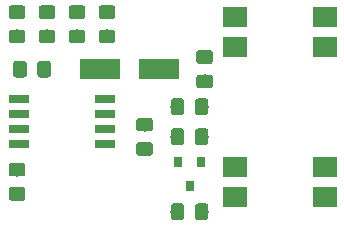
<source format=gbr>
G04 #@! TF.GenerationSoftware,KiCad,Pcbnew,(5.0.2-5)-5*
G04 #@! TF.CreationDate,2019-07-07T00:06:13+03:00*
G04 #@! TF.ProjectId,bike_motor_shim,62696b65-5f6d-46f7-946f-725f7368696d,rev?*
G04 #@! TF.SameCoordinates,Original*
G04 #@! TF.FileFunction,Paste,Top*
G04 #@! TF.FilePolarity,Positive*
%FSLAX46Y46*%
G04 Gerber Fmt 4.6, Leading zero omitted, Abs format (unit mm)*
G04 Created by KiCad (PCBNEW (5.0.2-5)-5) date 2019 July 07, Sunday 00:06:13*
%MOMM*%
%LPD*%
G01*
G04 APERTURE LIST*
%ADD10C,0.100000*%
%ADD11C,1.150000*%
%ADD12R,3.500000X1.800000*%
%ADD13R,1.700000X0.650000*%
%ADD14R,0.800000X0.900000*%
%ADD15R,2.000000X1.780000*%
G04 APERTURE END LIST*
D10*
G04 #@! TO.C,C1*
G36*
X156169505Y-126936204D02*
X156193773Y-126939804D01*
X156217572Y-126945765D01*
X156240671Y-126954030D01*
X156262850Y-126964520D01*
X156283893Y-126977132D01*
X156303599Y-126991747D01*
X156321777Y-127008223D01*
X156338253Y-127026401D01*
X156352868Y-127046107D01*
X156365480Y-127067150D01*
X156375970Y-127089329D01*
X156384235Y-127112428D01*
X156390196Y-127136227D01*
X156393796Y-127160495D01*
X156395000Y-127184999D01*
X156395000Y-128085001D01*
X156393796Y-128109505D01*
X156390196Y-128133773D01*
X156384235Y-128157572D01*
X156375970Y-128180671D01*
X156365480Y-128202850D01*
X156352868Y-128223893D01*
X156338253Y-128243599D01*
X156321777Y-128261777D01*
X156303599Y-128278253D01*
X156283893Y-128292868D01*
X156262850Y-128305480D01*
X156240671Y-128315970D01*
X156217572Y-128324235D01*
X156193773Y-128330196D01*
X156169505Y-128333796D01*
X156145001Y-128335000D01*
X155494999Y-128335000D01*
X155470495Y-128333796D01*
X155446227Y-128330196D01*
X155422428Y-128324235D01*
X155399329Y-128315970D01*
X155377150Y-128305480D01*
X155356107Y-128292868D01*
X155336401Y-128278253D01*
X155318223Y-128261777D01*
X155301747Y-128243599D01*
X155287132Y-128223893D01*
X155274520Y-128202850D01*
X155264030Y-128180671D01*
X155255765Y-128157572D01*
X155249804Y-128133773D01*
X155246204Y-128109505D01*
X155245000Y-128085001D01*
X155245000Y-127184999D01*
X155246204Y-127160495D01*
X155249804Y-127136227D01*
X155255765Y-127112428D01*
X155264030Y-127089329D01*
X155274520Y-127067150D01*
X155287132Y-127046107D01*
X155301747Y-127026401D01*
X155318223Y-127008223D01*
X155336401Y-126991747D01*
X155356107Y-126977132D01*
X155377150Y-126964520D01*
X155399329Y-126954030D01*
X155422428Y-126945765D01*
X155446227Y-126939804D01*
X155470495Y-126936204D01*
X155494999Y-126935000D01*
X156145001Y-126935000D01*
X156169505Y-126936204D01*
X156169505Y-126936204D01*
G37*
D11*
X155820000Y-127635000D03*
D10*
G36*
X158219505Y-126936204D02*
X158243773Y-126939804D01*
X158267572Y-126945765D01*
X158290671Y-126954030D01*
X158312850Y-126964520D01*
X158333893Y-126977132D01*
X158353599Y-126991747D01*
X158371777Y-127008223D01*
X158388253Y-127026401D01*
X158402868Y-127046107D01*
X158415480Y-127067150D01*
X158425970Y-127089329D01*
X158434235Y-127112428D01*
X158440196Y-127136227D01*
X158443796Y-127160495D01*
X158445000Y-127184999D01*
X158445000Y-128085001D01*
X158443796Y-128109505D01*
X158440196Y-128133773D01*
X158434235Y-128157572D01*
X158425970Y-128180671D01*
X158415480Y-128202850D01*
X158402868Y-128223893D01*
X158388253Y-128243599D01*
X158371777Y-128261777D01*
X158353599Y-128278253D01*
X158333893Y-128292868D01*
X158312850Y-128305480D01*
X158290671Y-128315970D01*
X158267572Y-128324235D01*
X158243773Y-128330196D01*
X158219505Y-128333796D01*
X158195001Y-128335000D01*
X157544999Y-128335000D01*
X157520495Y-128333796D01*
X157496227Y-128330196D01*
X157472428Y-128324235D01*
X157449329Y-128315970D01*
X157427150Y-128305480D01*
X157406107Y-128292868D01*
X157386401Y-128278253D01*
X157368223Y-128261777D01*
X157351747Y-128243599D01*
X157337132Y-128223893D01*
X157324520Y-128202850D01*
X157314030Y-128180671D01*
X157305765Y-128157572D01*
X157299804Y-128133773D01*
X157296204Y-128109505D01*
X157295000Y-128085001D01*
X157295000Y-127184999D01*
X157296204Y-127160495D01*
X157299804Y-127136227D01*
X157305765Y-127112428D01*
X157314030Y-127089329D01*
X157324520Y-127067150D01*
X157337132Y-127046107D01*
X157351747Y-127026401D01*
X157368223Y-127008223D01*
X157386401Y-126991747D01*
X157406107Y-126977132D01*
X157427150Y-126964520D01*
X157449329Y-126954030D01*
X157472428Y-126945765D01*
X157496227Y-126939804D01*
X157520495Y-126936204D01*
X157544999Y-126935000D01*
X158195001Y-126935000D01*
X158219505Y-126936204D01*
X158219505Y-126936204D01*
G37*
D11*
X157870000Y-127635000D03*
G04 #@! TD*
D10*
G04 #@! TO.C,C2*
G36*
X156169505Y-120586204D02*
X156193773Y-120589804D01*
X156217572Y-120595765D01*
X156240671Y-120604030D01*
X156262850Y-120614520D01*
X156283893Y-120627132D01*
X156303599Y-120641747D01*
X156321777Y-120658223D01*
X156338253Y-120676401D01*
X156352868Y-120696107D01*
X156365480Y-120717150D01*
X156375970Y-120739329D01*
X156384235Y-120762428D01*
X156390196Y-120786227D01*
X156393796Y-120810495D01*
X156395000Y-120834999D01*
X156395000Y-121735001D01*
X156393796Y-121759505D01*
X156390196Y-121783773D01*
X156384235Y-121807572D01*
X156375970Y-121830671D01*
X156365480Y-121852850D01*
X156352868Y-121873893D01*
X156338253Y-121893599D01*
X156321777Y-121911777D01*
X156303599Y-121928253D01*
X156283893Y-121942868D01*
X156262850Y-121955480D01*
X156240671Y-121965970D01*
X156217572Y-121974235D01*
X156193773Y-121980196D01*
X156169505Y-121983796D01*
X156145001Y-121985000D01*
X155494999Y-121985000D01*
X155470495Y-121983796D01*
X155446227Y-121980196D01*
X155422428Y-121974235D01*
X155399329Y-121965970D01*
X155377150Y-121955480D01*
X155356107Y-121942868D01*
X155336401Y-121928253D01*
X155318223Y-121911777D01*
X155301747Y-121893599D01*
X155287132Y-121873893D01*
X155274520Y-121852850D01*
X155264030Y-121830671D01*
X155255765Y-121807572D01*
X155249804Y-121783773D01*
X155246204Y-121759505D01*
X155245000Y-121735001D01*
X155245000Y-120834999D01*
X155246204Y-120810495D01*
X155249804Y-120786227D01*
X155255765Y-120762428D01*
X155264030Y-120739329D01*
X155274520Y-120717150D01*
X155287132Y-120696107D01*
X155301747Y-120676401D01*
X155318223Y-120658223D01*
X155336401Y-120641747D01*
X155356107Y-120627132D01*
X155377150Y-120614520D01*
X155399329Y-120604030D01*
X155422428Y-120595765D01*
X155446227Y-120589804D01*
X155470495Y-120586204D01*
X155494999Y-120585000D01*
X156145001Y-120585000D01*
X156169505Y-120586204D01*
X156169505Y-120586204D01*
G37*
D11*
X155820000Y-121285000D03*
D10*
G36*
X158219505Y-120586204D02*
X158243773Y-120589804D01*
X158267572Y-120595765D01*
X158290671Y-120604030D01*
X158312850Y-120614520D01*
X158333893Y-120627132D01*
X158353599Y-120641747D01*
X158371777Y-120658223D01*
X158388253Y-120676401D01*
X158402868Y-120696107D01*
X158415480Y-120717150D01*
X158425970Y-120739329D01*
X158434235Y-120762428D01*
X158440196Y-120786227D01*
X158443796Y-120810495D01*
X158445000Y-120834999D01*
X158445000Y-121735001D01*
X158443796Y-121759505D01*
X158440196Y-121783773D01*
X158434235Y-121807572D01*
X158425970Y-121830671D01*
X158415480Y-121852850D01*
X158402868Y-121873893D01*
X158388253Y-121893599D01*
X158371777Y-121911777D01*
X158353599Y-121928253D01*
X158333893Y-121942868D01*
X158312850Y-121955480D01*
X158290671Y-121965970D01*
X158267572Y-121974235D01*
X158243773Y-121980196D01*
X158219505Y-121983796D01*
X158195001Y-121985000D01*
X157544999Y-121985000D01*
X157520495Y-121983796D01*
X157496227Y-121980196D01*
X157472428Y-121974235D01*
X157449329Y-121965970D01*
X157427150Y-121955480D01*
X157406107Y-121942868D01*
X157386401Y-121928253D01*
X157368223Y-121911777D01*
X157351747Y-121893599D01*
X157337132Y-121873893D01*
X157324520Y-121852850D01*
X157314030Y-121830671D01*
X157305765Y-121807572D01*
X157299804Y-121783773D01*
X157296204Y-121759505D01*
X157295000Y-121735001D01*
X157295000Y-120834999D01*
X157296204Y-120810495D01*
X157299804Y-120786227D01*
X157305765Y-120762428D01*
X157314030Y-120739329D01*
X157324520Y-120717150D01*
X157337132Y-120696107D01*
X157351747Y-120676401D01*
X157368223Y-120658223D01*
X157386401Y-120641747D01*
X157406107Y-120627132D01*
X157427150Y-120614520D01*
X157449329Y-120604030D01*
X157472428Y-120595765D01*
X157496227Y-120589804D01*
X157520495Y-120586204D01*
X157544999Y-120585000D01*
X158195001Y-120585000D01*
X158219505Y-120586204D01*
X158219505Y-120586204D01*
G37*
D11*
X157870000Y-121285000D03*
G04 #@! TD*
D12*
G04 #@! TO.C,D1*
X154265000Y-115570000D03*
X149265000Y-115570000D03*
G04 #@! TD*
D10*
G04 #@! TO.C,R1*
G36*
X145254505Y-112211204D02*
X145278773Y-112214804D01*
X145302572Y-112220765D01*
X145325671Y-112229030D01*
X145347850Y-112239520D01*
X145368893Y-112252132D01*
X145388599Y-112266747D01*
X145406777Y-112283223D01*
X145423253Y-112301401D01*
X145437868Y-112321107D01*
X145450480Y-112342150D01*
X145460970Y-112364329D01*
X145469235Y-112387428D01*
X145475196Y-112411227D01*
X145478796Y-112435495D01*
X145480000Y-112459999D01*
X145480000Y-113110001D01*
X145478796Y-113134505D01*
X145475196Y-113158773D01*
X145469235Y-113182572D01*
X145460970Y-113205671D01*
X145450480Y-113227850D01*
X145437868Y-113248893D01*
X145423253Y-113268599D01*
X145406777Y-113286777D01*
X145388599Y-113303253D01*
X145368893Y-113317868D01*
X145347850Y-113330480D01*
X145325671Y-113340970D01*
X145302572Y-113349235D01*
X145278773Y-113355196D01*
X145254505Y-113358796D01*
X145230001Y-113360000D01*
X144329999Y-113360000D01*
X144305495Y-113358796D01*
X144281227Y-113355196D01*
X144257428Y-113349235D01*
X144234329Y-113340970D01*
X144212150Y-113330480D01*
X144191107Y-113317868D01*
X144171401Y-113303253D01*
X144153223Y-113286777D01*
X144136747Y-113268599D01*
X144122132Y-113248893D01*
X144109520Y-113227850D01*
X144099030Y-113205671D01*
X144090765Y-113182572D01*
X144084804Y-113158773D01*
X144081204Y-113134505D01*
X144080000Y-113110001D01*
X144080000Y-112459999D01*
X144081204Y-112435495D01*
X144084804Y-112411227D01*
X144090765Y-112387428D01*
X144099030Y-112364329D01*
X144109520Y-112342150D01*
X144122132Y-112321107D01*
X144136747Y-112301401D01*
X144153223Y-112283223D01*
X144171401Y-112266747D01*
X144191107Y-112252132D01*
X144212150Y-112239520D01*
X144234329Y-112229030D01*
X144257428Y-112220765D01*
X144281227Y-112214804D01*
X144305495Y-112211204D01*
X144329999Y-112210000D01*
X145230001Y-112210000D01*
X145254505Y-112211204D01*
X145254505Y-112211204D01*
G37*
D11*
X144780000Y-112785000D03*
D10*
G36*
X145254505Y-110161204D02*
X145278773Y-110164804D01*
X145302572Y-110170765D01*
X145325671Y-110179030D01*
X145347850Y-110189520D01*
X145368893Y-110202132D01*
X145388599Y-110216747D01*
X145406777Y-110233223D01*
X145423253Y-110251401D01*
X145437868Y-110271107D01*
X145450480Y-110292150D01*
X145460970Y-110314329D01*
X145469235Y-110337428D01*
X145475196Y-110361227D01*
X145478796Y-110385495D01*
X145480000Y-110409999D01*
X145480000Y-111060001D01*
X145478796Y-111084505D01*
X145475196Y-111108773D01*
X145469235Y-111132572D01*
X145460970Y-111155671D01*
X145450480Y-111177850D01*
X145437868Y-111198893D01*
X145423253Y-111218599D01*
X145406777Y-111236777D01*
X145388599Y-111253253D01*
X145368893Y-111267868D01*
X145347850Y-111280480D01*
X145325671Y-111290970D01*
X145302572Y-111299235D01*
X145278773Y-111305196D01*
X145254505Y-111308796D01*
X145230001Y-111310000D01*
X144329999Y-111310000D01*
X144305495Y-111308796D01*
X144281227Y-111305196D01*
X144257428Y-111299235D01*
X144234329Y-111290970D01*
X144212150Y-111280480D01*
X144191107Y-111267868D01*
X144171401Y-111253253D01*
X144153223Y-111236777D01*
X144136747Y-111218599D01*
X144122132Y-111198893D01*
X144109520Y-111177850D01*
X144099030Y-111155671D01*
X144090765Y-111132572D01*
X144084804Y-111108773D01*
X144081204Y-111084505D01*
X144080000Y-111060001D01*
X144080000Y-110409999D01*
X144081204Y-110385495D01*
X144084804Y-110361227D01*
X144090765Y-110337428D01*
X144099030Y-110314329D01*
X144109520Y-110292150D01*
X144122132Y-110271107D01*
X144136747Y-110251401D01*
X144153223Y-110233223D01*
X144171401Y-110216747D01*
X144191107Y-110202132D01*
X144212150Y-110189520D01*
X144234329Y-110179030D01*
X144257428Y-110170765D01*
X144281227Y-110164804D01*
X144305495Y-110161204D01*
X144329999Y-110160000D01*
X145230001Y-110160000D01*
X145254505Y-110161204D01*
X145254505Y-110161204D01*
G37*
D11*
X144780000Y-110735000D03*
G04 #@! TD*
D10*
G04 #@! TO.C,R2*
G36*
X158589505Y-116021204D02*
X158613773Y-116024804D01*
X158637572Y-116030765D01*
X158660671Y-116039030D01*
X158682850Y-116049520D01*
X158703893Y-116062132D01*
X158723599Y-116076747D01*
X158741777Y-116093223D01*
X158758253Y-116111401D01*
X158772868Y-116131107D01*
X158785480Y-116152150D01*
X158795970Y-116174329D01*
X158804235Y-116197428D01*
X158810196Y-116221227D01*
X158813796Y-116245495D01*
X158815000Y-116269999D01*
X158815000Y-116920001D01*
X158813796Y-116944505D01*
X158810196Y-116968773D01*
X158804235Y-116992572D01*
X158795970Y-117015671D01*
X158785480Y-117037850D01*
X158772868Y-117058893D01*
X158758253Y-117078599D01*
X158741777Y-117096777D01*
X158723599Y-117113253D01*
X158703893Y-117127868D01*
X158682850Y-117140480D01*
X158660671Y-117150970D01*
X158637572Y-117159235D01*
X158613773Y-117165196D01*
X158589505Y-117168796D01*
X158565001Y-117170000D01*
X157664999Y-117170000D01*
X157640495Y-117168796D01*
X157616227Y-117165196D01*
X157592428Y-117159235D01*
X157569329Y-117150970D01*
X157547150Y-117140480D01*
X157526107Y-117127868D01*
X157506401Y-117113253D01*
X157488223Y-117096777D01*
X157471747Y-117078599D01*
X157457132Y-117058893D01*
X157444520Y-117037850D01*
X157434030Y-117015671D01*
X157425765Y-116992572D01*
X157419804Y-116968773D01*
X157416204Y-116944505D01*
X157415000Y-116920001D01*
X157415000Y-116269999D01*
X157416204Y-116245495D01*
X157419804Y-116221227D01*
X157425765Y-116197428D01*
X157434030Y-116174329D01*
X157444520Y-116152150D01*
X157457132Y-116131107D01*
X157471747Y-116111401D01*
X157488223Y-116093223D01*
X157506401Y-116076747D01*
X157526107Y-116062132D01*
X157547150Y-116049520D01*
X157569329Y-116039030D01*
X157592428Y-116030765D01*
X157616227Y-116024804D01*
X157640495Y-116021204D01*
X157664999Y-116020000D01*
X158565001Y-116020000D01*
X158589505Y-116021204D01*
X158589505Y-116021204D01*
G37*
D11*
X158115000Y-116595000D03*
D10*
G36*
X158589505Y-113971204D02*
X158613773Y-113974804D01*
X158637572Y-113980765D01*
X158660671Y-113989030D01*
X158682850Y-113999520D01*
X158703893Y-114012132D01*
X158723599Y-114026747D01*
X158741777Y-114043223D01*
X158758253Y-114061401D01*
X158772868Y-114081107D01*
X158785480Y-114102150D01*
X158795970Y-114124329D01*
X158804235Y-114147428D01*
X158810196Y-114171227D01*
X158813796Y-114195495D01*
X158815000Y-114219999D01*
X158815000Y-114870001D01*
X158813796Y-114894505D01*
X158810196Y-114918773D01*
X158804235Y-114942572D01*
X158795970Y-114965671D01*
X158785480Y-114987850D01*
X158772868Y-115008893D01*
X158758253Y-115028599D01*
X158741777Y-115046777D01*
X158723599Y-115063253D01*
X158703893Y-115077868D01*
X158682850Y-115090480D01*
X158660671Y-115100970D01*
X158637572Y-115109235D01*
X158613773Y-115115196D01*
X158589505Y-115118796D01*
X158565001Y-115120000D01*
X157664999Y-115120000D01*
X157640495Y-115118796D01*
X157616227Y-115115196D01*
X157592428Y-115109235D01*
X157569329Y-115100970D01*
X157547150Y-115090480D01*
X157526107Y-115077868D01*
X157506401Y-115063253D01*
X157488223Y-115046777D01*
X157471747Y-115028599D01*
X157457132Y-115008893D01*
X157444520Y-114987850D01*
X157434030Y-114965671D01*
X157425765Y-114942572D01*
X157419804Y-114918773D01*
X157416204Y-114894505D01*
X157415000Y-114870001D01*
X157415000Y-114219999D01*
X157416204Y-114195495D01*
X157419804Y-114171227D01*
X157425765Y-114147428D01*
X157434030Y-114124329D01*
X157444520Y-114102150D01*
X157457132Y-114081107D01*
X157471747Y-114061401D01*
X157488223Y-114043223D01*
X157506401Y-114026747D01*
X157526107Y-114012132D01*
X157547150Y-113999520D01*
X157569329Y-113989030D01*
X157592428Y-113980765D01*
X157616227Y-113974804D01*
X157640495Y-113971204D01*
X157664999Y-113970000D01*
X158565001Y-113970000D01*
X158589505Y-113971204D01*
X158589505Y-113971204D01*
G37*
D11*
X158115000Y-114545000D03*
G04 #@! TD*
D10*
G04 #@! TO.C,R3*
G36*
X156169505Y-118046204D02*
X156193773Y-118049804D01*
X156217572Y-118055765D01*
X156240671Y-118064030D01*
X156262850Y-118074520D01*
X156283893Y-118087132D01*
X156303599Y-118101747D01*
X156321777Y-118118223D01*
X156338253Y-118136401D01*
X156352868Y-118156107D01*
X156365480Y-118177150D01*
X156375970Y-118199329D01*
X156384235Y-118222428D01*
X156390196Y-118246227D01*
X156393796Y-118270495D01*
X156395000Y-118294999D01*
X156395000Y-119195001D01*
X156393796Y-119219505D01*
X156390196Y-119243773D01*
X156384235Y-119267572D01*
X156375970Y-119290671D01*
X156365480Y-119312850D01*
X156352868Y-119333893D01*
X156338253Y-119353599D01*
X156321777Y-119371777D01*
X156303599Y-119388253D01*
X156283893Y-119402868D01*
X156262850Y-119415480D01*
X156240671Y-119425970D01*
X156217572Y-119434235D01*
X156193773Y-119440196D01*
X156169505Y-119443796D01*
X156145001Y-119445000D01*
X155494999Y-119445000D01*
X155470495Y-119443796D01*
X155446227Y-119440196D01*
X155422428Y-119434235D01*
X155399329Y-119425970D01*
X155377150Y-119415480D01*
X155356107Y-119402868D01*
X155336401Y-119388253D01*
X155318223Y-119371777D01*
X155301747Y-119353599D01*
X155287132Y-119333893D01*
X155274520Y-119312850D01*
X155264030Y-119290671D01*
X155255765Y-119267572D01*
X155249804Y-119243773D01*
X155246204Y-119219505D01*
X155245000Y-119195001D01*
X155245000Y-118294999D01*
X155246204Y-118270495D01*
X155249804Y-118246227D01*
X155255765Y-118222428D01*
X155264030Y-118199329D01*
X155274520Y-118177150D01*
X155287132Y-118156107D01*
X155301747Y-118136401D01*
X155318223Y-118118223D01*
X155336401Y-118101747D01*
X155356107Y-118087132D01*
X155377150Y-118074520D01*
X155399329Y-118064030D01*
X155422428Y-118055765D01*
X155446227Y-118049804D01*
X155470495Y-118046204D01*
X155494999Y-118045000D01*
X156145001Y-118045000D01*
X156169505Y-118046204D01*
X156169505Y-118046204D01*
G37*
D11*
X155820000Y-118745000D03*
D10*
G36*
X158219505Y-118046204D02*
X158243773Y-118049804D01*
X158267572Y-118055765D01*
X158290671Y-118064030D01*
X158312850Y-118074520D01*
X158333893Y-118087132D01*
X158353599Y-118101747D01*
X158371777Y-118118223D01*
X158388253Y-118136401D01*
X158402868Y-118156107D01*
X158415480Y-118177150D01*
X158425970Y-118199329D01*
X158434235Y-118222428D01*
X158440196Y-118246227D01*
X158443796Y-118270495D01*
X158445000Y-118294999D01*
X158445000Y-119195001D01*
X158443796Y-119219505D01*
X158440196Y-119243773D01*
X158434235Y-119267572D01*
X158425970Y-119290671D01*
X158415480Y-119312850D01*
X158402868Y-119333893D01*
X158388253Y-119353599D01*
X158371777Y-119371777D01*
X158353599Y-119388253D01*
X158333893Y-119402868D01*
X158312850Y-119415480D01*
X158290671Y-119425970D01*
X158267572Y-119434235D01*
X158243773Y-119440196D01*
X158219505Y-119443796D01*
X158195001Y-119445000D01*
X157544999Y-119445000D01*
X157520495Y-119443796D01*
X157496227Y-119440196D01*
X157472428Y-119434235D01*
X157449329Y-119425970D01*
X157427150Y-119415480D01*
X157406107Y-119402868D01*
X157386401Y-119388253D01*
X157368223Y-119371777D01*
X157351747Y-119353599D01*
X157337132Y-119333893D01*
X157324520Y-119312850D01*
X157314030Y-119290671D01*
X157305765Y-119267572D01*
X157299804Y-119243773D01*
X157296204Y-119219505D01*
X157295000Y-119195001D01*
X157295000Y-118294999D01*
X157296204Y-118270495D01*
X157299804Y-118246227D01*
X157305765Y-118222428D01*
X157314030Y-118199329D01*
X157324520Y-118177150D01*
X157337132Y-118156107D01*
X157351747Y-118136401D01*
X157368223Y-118118223D01*
X157386401Y-118101747D01*
X157406107Y-118087132D01*
X157427150Y-118074520D01*
X157449329Y-118064030D01*
X157472428Y-118055765D01*
X157496227Y-118049804D01*
X157520495Y-118046204D01*
X157544999Y-118045000D01*
X158195001Y-118045000D01*
X158219505Y-118046204D01*
X158219505Y-118046204D01*
G37*
D11*
X157870000Y-118745000D03*
G04 #@! TD*
D13*
G04 #@! TO.C,U1*
X149700000Y-121920000D03*
X149700000Y-120650000D03*
X149700000Y-119380000D03*
X149700000Y-118110000D03*
X142400000Y-118110000D03*
X142400000Y-119380000D03*
X142400000Y-120650000D03*
X142400000Y-121920000D03*
G04 #@! TD*
D14*
G04 #@! TO.C,U2*
X157795000Y-123460000D03*
X155895000Y-123460000D03*
X156845000Y-125460000D03*
G04 #@! TD*
D10*
G04 #@! TO.C,C3*
G36*
X142714505Y-123496204D02*
X142738773Y-123499804D01*
X142762572Y-123505765D01*
X142785671Y-123514030D01*
X142807850Y-123524520D01*
X142828893Y-123537132D01*
X142848599Y-123551747D01*
X142866777Y-123568223D01*
X142883253Y-123586401D01*
X142897868Y-123606107D01*
X142910480Y-123627150D01*
X142920970Y-123649329D01*
X142929235Y-123672428D01*
X142935196Y-123696227D01*
X142938796Y-123720495D01*
X142940000Y-123744999D01*
X142940000Y-124395001D01*
X142938796Y-124419505D01*
X142935196Y-124443773D01*
X142929235Y-124467572D01*
X142920970Y-124490671D01*
X142910480Y-124512850D01*
X142897868Y-124533893D01*
X142883253Y-124553599D01*
X142866777Y-124571777D01*
X142848599Y-124588253D01*
X142828893Y-124602868D01*
X142807850Y-124615480D01*
X142785671Y-124625970D01*
X142762572Y-124634235D01*
X142738773Y-124640196D01*
X142714505Y-124643796D01*
X142690001Y-124645000D01*
X141789999Y-124645000D01*
X141765495Y-124643796D01*
X141741227Y-124640196D01*
X141717428Y-124634235D01*
X141694329Y-124625970D01*
X141672150Y-124615480D01*
X141651107Y-124602868D01*
X141631401Y-124588253D01*
X141613223Y-124571777D01*
X141596747Y-124553599D01*
X141582132Y-124533893D01*
X141569520Y-124512850D01*
X141559030Y-124490671D01*
X141550765Y-124467572D01*
X141544804Y-124443773D01*
X141541204Y-124419505D01*
X141540000Y-124395001D01*
X141540000Y-123744999D01*
X141541204Y-123720495D01*
X141544804Y-123696227D01*
X141550765Y-123672428D01*
X141559030Y-123649329D01*
X141569520Y-123627150D01*
X141582132Y-123606107D01*
X141596747Y-123586401D01*
X141613223Y-123568223D01*
X141631401Y-123551747D01*
X141651107Y-123537132D01*
X141672150Y-123524520D01*
X141694329Y-123514030D01*
X141717428Y-123505765D01*
X141741227Y-123499804D01*
X141765495Y-123496204D01*
X141789999Y-123495000D01*
X142690001Y-123495000D01*
X142714505Y-123496204D01*
X142714505Y-123496204D01*
G37*
D11*
X142240000Y-124070000D03*
D10*
G36*
X142714505Y-125546204D02*
X142738773Y-125549804D01*
X142762572Y-125555765D01*
X142785671Y-125564030D01*
X142807850Y-125574520D01*
X142828893Y-125587132D01*
X142848599Y-125601747D01*
X142866777Y-125618223D01*
X142883253Y-125636401D01*
X142897868Y-125656107D01*
X142910480Y-125677150D01*
X142920970Y-125699329D01*
X142929235Y-125722428D01*
X142935196Y-125746227D01*
X142938796Y-125770495D01*
X142940000Y-125794999D01*
X142940000Y-126445001D01*
X142938796Y-126469505D01*
X142935196Y-126493773D01*
X142929235Y-126517572D01*
X142920970Y-126540671D01*
X142910480Y-126562850D01*
X142897868Y-126583893D01*
X142883253Y-126603599D01*
X142866777Y-126621777D01*
X142848599Y-126638253D01*
X142828893Y-126652868D01*
X142807850Y-126665480D01*
X142785671Y-126675970D01*
X142762572Y-126684235D01*
X142738773Y-126690196D01*
X142714505Y-126693796D01*
X142690001Y-126695000D01*
X141789999Y-126695000D01*
X141765495Y-126693796D01*
X141741227Y-126690196D01*
X141717428Y-126684235D01*
X141694329Y-126675970D01*
X141672150Y-126665480D01*
X141651107Y-126652868D01*
X141631401Y-126638253D01*
X141613223Y-126621777D01*
X141596747Y-126603599D01*
X141582132Y-126583893D01*
X141569520Y-126562850D01*
X141559030Y-126540671D01*
X141550765Y-126517572D01*
X141544804Y-126493773D01*
X141541204Y-126469505D01*
X141540000Y-126445001D01*
X141540000Y-125794999D01*
X141541204Y-125770495D01*
X141544804Y-125746227D01*
X141550765Y-125722428D01*
X141559030Y-125699329D01*
X141569520Y-125677150D01*
X141582132Y-125656107D01*
X141596747Y-125636401D01*
X141613223Y-125618223D01*
X141631401Y-125601747D01*
X141651107Y-125587132D01*
X141672150Y-125574520D01*
X141694329Y-125564030D01*
X141717428Y-125555765D01*
X141741227Y-125549804D01*
X141765495Y-125546204D01*
X141789999Y-125545000D01*
X142690001Y-125545000D01*
X142714505Y-125546204D01*
X142714505Y-125546204D01*
G37*
D11*
X142240000Y-126120000D03*
G04 #@! TD*
D10*
G04 #@! TO.C,C4*
G36*
X153509505Y-121736204D02*
X153533773Y-121739804D01*
X153557572Y-121745765D01*
X153580671Y-121754030D01*
X153602850Y-121764520D01*
X153623893Y-121777132D01*
X153643599Y-121791747D01*
X153661777Y-121808223D01*
X153678253Y-121826401D01*
X153692868Y-121846107D01*
X153705480Y-121867150D01*
X153715970Y-121889329D01*
X153724235Y-121912428D01*
X153730196Y-121936227D01*
X153733796Y-121960495D01*
X153735000Y-121984999D01*
X153735000Y-122635001D01*
X153733796Y-122659505D01*
X153730196Y-122683773D01*
X153724235Y-122707572D01*
X153715970Y-122730671D01*
X153705480Y-122752850D01*
X153692868Y-122773893D01*
X153678253Y-122793599D01*
X153661777Y-122811777D01*
X153643599Y-122828253D01*
X153623893Y-122842868D01*
X153602850Y-122855480D01*
X153580671Y-122865970D01*
X153557572Y-122874235D01*
X153533773Y-122880196D01*
X153509505Y-122883796D01*
X153485001Y-122885000D01*
X152584999Y-122885000D01*
X152560495Y-122883796D01*
X152536227Y-122880196D01*
X152512428Y-122874235D01*
X152489329Y-122865970D01*
X152467150Y-122855480D01*
X152446107Y-122842868D01*
X152426401Y-122828253D01*
X152408223Y-122811777D01*
X152391747Y-122793599D01*
X152377132Y-122773893D01*
X152364520Y-122752850D01*
X152354030Y-122730671D01*
X152345765Y-122707572D01*
X152339804Y-122683773D01*
X152336204Y-122659505D01*
X152335000Y-122635001D01*
X152335000Y-121984999D01*
X152336204Y-121960495D01*
X152339804Y-121936227D01*
X152345765Y-121912428D01*
X152354030Y-121889329D01*
X152364520Y-121867150D01*
X152377132Y-121846107D01*
X152391747Y-121826401D01*
X152408223Y-121808223D01*
X152426401Y-121791747D01*
X152446107Y-121777132D01*
X152467150Y-121764520D01*
X152489329Y-121754030D01*
X152512428Y-121745765D01*
X152536227Y-121739804D01*
X152560495Y-121736204D01*
X152584999Y-121735000D01*
X153485001Y-121735000D01*
X153509505Y-121736204D01*
X153509505Y-121736204D01*
G37*
D11*
X153035000Y-122310000D03*
D10*
G36*
X153509505Y-119686204D02*
X153533773Y-119689804D01*
X153557572Y-119695765D01*
X153580671Y-119704030D01*
X153602850Y-119714520D01*
X153623893Y-119727132D01*
X153643599Y-119741747D01*
X153661777Y-119758223D01*
X153678253Y-119776401D01*
X153692868Y-119796107D01*
X153705480Y-119817150D01*
X153715970Y-119839329D01*
X153724235Y-119862428D01*
X153730196Y-119886227D01*
X153733796Y-119910495D01*
X153735000Y-119934999D01*
X153735000Y-120585001D01*
X153733796Y-120609505D01*
X153730196Y-120633773D01*
X153724235Y-120657572D01*
X153715970Y-120680671D01*
X153705480Y-120702850D01*
X153692868Y-120723893D01*
X153678253Y-120743599D01*
X153661777Y-120761777D01*
X153643599Y-120778253D01*
X153623893Y-120792868D01*
X153602850Y-120805480D01*
X153580671Y-120815970D01*
X153557572Y-120824235D01*
X153533773Y-120830196D01*
X153509505Y-120833796D01*
X153485001Y-120835000D01*
X152584999Y-120835000D01*
X152560495Y-120833796D01*
X152536227Y-120830196D01*
X152512428Y-120824235D01*
X152489329Y-120815970D01*
X152467150Y-120805480D01*
X152446107Y-120792868D01*
X152426401Y-120778253D01*
X152408223Y-120761777D01*
X152391747Y-120743599D01*
X152377132Y-120723893D01*
X152364520Y-120702850D01*
X152354030Y-120680671D01*
X152345765Y-120657572D01*
X152339804Y-120633773D01*
X152336204Y-120609505D01*
X152335000Y-120585001D01*
X152335000Y-119934999D01*
X152336204Y-119910495D01*
X152339804Y-119886227D01*
X152345765Y-119862428D01*
X152354030Y-119839329D01*
X152364520Y-119817150D01*
X152377132Y-119796107D01*
X152391747Y-119776401D01*
X152408223Y-119758223D01*
X152426401Y-119741747D01*
X152446107Y-119727132D01*
X152467150Y-119714520D01*
X152489329Y-119704030D01*
X152512428Y-119695765D01*
X152536227Y-119689804D01*
X152560495Y-119686204D01*
X152584999Y-119685000D01*
X153485001Y-119685000D01*
X153509505Y-119686204D01*
X153509505Y-119686204D01*
G37*
D11*
X153035000Y-120260000D03*
G04 #@! TD*
D10*
G04 #@! TO.C,D2*
G36*
X147794505Y-110161204D02*
X147818773Y-110164804D01*
X147842572Y-110170765D01*
X147865671Y-110179030D01*
X147887850Y-110189520D01*
X147908893Y-110202132D01*
X147928599Y-110216747D01*
X147946777Y-110233223D01*
X147963253Y-110251401D01*
X147977868Y-110271107D01*
X147990480Y-110292150D01*
X148000970Y-110314329D01*
X148009235Y-110337428D01*
X148015196Y-110361227D01*
X148018796Y-110385495D01*
X148020000Y-110409999D01*
X148020000Y-111060001D01*
X148018796Y-111084505D01*
X148015196Y-111108773D01*
X148009235Y-111132572D01*
X148000970Y-111155671D01*
X147990480Y-111177850D01*
X147977868Y-111198893D01*
X147963253Y-111218599D01*
X147946777Y-111236777D01*
X147928599Y-111253253D01*
X147908893Y-111267868D01*
X147887850Y-111280480D01*
X147865671Y-111290970D01*
X147842572Y-111299235D01*
X147818773Y-111305196D01*
X147794505Y-111308796D01*
X147770001Y-111310000D01*
X146869999Y-111310000D01*
X146845495Y-111308796D01*
X146821227Y-111305196D01*
X146797428Y-111299235D01*
X146774329Y-111290970D01*
X146752150Y-111280480D01*
X146731107Y-111267868D01*
X146711401Y-111253253D01*
X146693223Y-111236777D01*
X146676747Y-111218599D01*
X146662132Y-111198893D01*
X146649520Y-111177850D01*
X146639030Y-111155671D01*
X146630765Y-111132572D01*
X146624804Y-111108773D01*
X146621204Y-111084505D01*
X146620000Y-111060001D01*
X146620000Y-110409999D01*
X146621204Y-110385495D01*
X146624804Y-110361227D01*
X146630765Y-110337428D01*
X146639030Y-110314329D01*
X146649520Y-110292150D01*
X146662132Y-110271107D01*
X146676747Y-110251401D01*
X146693223Y-110233223D01*
X146711401Y-110216747D01*
X146731107Y-110202132D01*
X146752150Y-110189520D01*
X146774329Y-110179030D01*
X146797428Y-110170765D01*
X146821227Y-110164804D01*
X146845495Y-110161204D01*
X146869999Y-110160000D01*
X147770001Y-110160000D01*
X147794505Y-110161204D01*
X147794505Y-110161204D01*
G37*
D11*
X147320000Y-110735000D03*
D10*
G36*
X147794505Y-112211204D02*
X147818773Y-112214804D01*
X147842572Y-112220765D01*
X147865671Y-112229030D01*
X147887850Y-112239520D01*
X147908893Y-112252132D01*
X147928599Y-112266747D01*
X147946777Y-112283223D01*
X147963253Y-112301401D01*
X147977868Y-112321107D01*
X147990480Y-112342150D01*
X148000970Y-112364329D01*
X148009235Y-112387428D01*
X148015196Y-112411227D01*
X148018796Y-112435495D01*
X148020000Y-112459999D01*
X148020000Y-113110001D01*
X148018796Y-113134505D01*
X148015196Y-113158773D01*
X148009235Y-113182572D01*
X148000970Y-113205671D01*
X147990480Y-113227850D01*
X147977868Y-113248893D01*
X147963253Y-113268599D01*
X147946777Y-113286777D01*
X147928599Y-113303253D01*
X147908893Y-113317868D01*
X147887850Y-113330480D01*
X147865671Y-113340970D01*
X147842572Y-113349235D01*
X147818773Y-113355196D01*
X147794505Y-113358796D01*
X147770001Y-113360000D01*
X146869999Y-113360000D01*
X146845495Y-113358796D01*
X146821227Y-113355196D01*
X146797428Y-113349235D01*
X146774329Y-113340970D01*
X146752150Y-113330480D01*
X146731107Y-113317868D01*
X146711401Y-113303253D01*
X146693223Y-113286777D01*
X146676747Y-113268599D01*
X146662132Y-113248893D01*
X146649520Y-113227850D01*
X146639030Y-113205671D01*
X146630765Y-113182572D01*
X146624804Y-113158773D01*
X146621204Y-113134505D01*
X146620000Y-113110001D01*
X146620000Y-112459999D01*
X146621204Y-112435495D01*
X146624804Y-112411227D01*
X146630765Y-112387428D01*
X146639030Y-112364329D01*
X146649520Y-112342150D01*
X146662132Y-112321107D01*
X146676747Y-112301401D01*
X146693223Y-112283223D01*
X146711401Y-112266747D01*
X146731107Y-112252132D01*
X146752150Y-112239520D01*
X146774329Y-112229030D01*
X146797428Y-112220765D01*
X146821227Y-112214804D01*
X146845495Y-112211204D01*
X146869999Y-112210000D01*
X147770001Y-112210000D01*
X147794505Y-112211204D01*
X147794505Y-112211204D01*
G37*
D11*
X147320000Y-112785000D03*
G04 #@! TD*
D10*
G04 #@! TO.C,D3*
G36*
X150334505Y-112211204D02*
X150358773Y-112214804D01*
X150382572Y-112220765D01*
X150405671Y-112229030D01*
X150427850Y-112239520D01*
X150448893Y-112252132D01*
X150468599Y-112266747D01*
X150486777Y-112283223D01*
X150503253Y-112301401D01*
X150517868Y-112321107D01*
X150530480Y-112342150D01*
X150540970Y-112364329D01*
X150549235Y-112387428D01*
X150555196Y-112411227D01*
X150558796Y-112435495D01*
X150560000Y-112459999D01*
X150560000Y-113110001D01*
X150558796Y-113134505D01*
X150555196Y-113158773D01*
X150549235Y-113182572D01*
X150540970Y-113205671D01*
X150530480Y-113227850D01*
X150517868Y-113248893D01*
X150503253Y-113268599D01*
X150486777Y-113286777D01*
X150468599Y-113303253D01*
X150448893Y-113317868D01*
X150427850Y-113330480D01*
X150405671Y-113340970D01*
X150382572Y-113349235D01*
X150358773Y-113355196D01*
X150334505Y-113358796D01*
X150310001Y-113360000D01*
X149409999Y-113360000D01*
X149385495Y-113358796D01*
X149361227Y-113355196D01*
X149337428Y-113349235D01*
X149314329Y-113340970D01*
X149292150Y-113330480D01*
X149271107Y-113317868D01*
X149251401Y-113303253D01*
X149233223Y-113286777D01*
X149216747Y-113268599D01*
X149202132Y-113248893D01*
X149189520Y-113227850D01*
X149179030Y-113205671D01*
X149170765Y-113182572D01*
X149164804Y-113158773D01*
X149161204Y-113134505D01*
X149160000Y-113110001D01*
X149160000Y-112459999D01*
X149161204Y-112435495D01*
X149164804Y-112411227D01*
X149170765Y-112387428D01*
X149179030Y-112364329D01*
X149189520Y-112342150D01*
X149202132Y-112321107D01*
X149216747Y-112301401D01*
X149233223Y-112283223D01*
X149251401Y-112266747D01*
X149271107Y-112252132D01*
X149292150Y-112239520D01*
X149314329Y-112229030D01*
X149337428Y-112220765D01*
X149361227Y-112214804D01*
X149385495Y-112211204D01*
X149409999Y-112210000D01*
X150310001Y-112210000D01*
X150334505Y-112211204D01*
X150334505Y-112211204D01*
G37*
D11*
X149860000Y-112785000D03*
D10*
G36*
X150334505Y-110161204D02*
X150358773Y-110164804D01*
X150382572Y-110170765D01*
X150405671Y-110179030D01*
X150427850Y-110189520D01*
X150448893Y-110202132D01*
X150468599Y-110216747D01*
X150486777Y-110233223D01*
X150503253Y-110251401D01*
X150517868Y-110271107D01*
X150530480Y-110292150D01*
X150540970Y-110314329D01*
X150549235Y-110337428D01*
X150555196Y-110361227D01*
X150558796Y-110385495D01*
X150560000Y-110409999D01*
X150560000Y-111060001D01*
X150558796Y-111084505D01*
X150555196Y-111108773D01*
X150549235Y-111132572D01*
X150540970Y-111155671D01*
X150530480Y-111177850D01*
X150517868Y-111198893D01*
X150503253Y-111218599D01*
X150486777Y-111236777D01*
X150468599Y-111253253D01*
X150448893Y-111267868D01*
X150427850Y-111280480D01*
X150405671Y-111290970D01*
X150382572Y-111299235D01*
X150358773Y-111305196D01*
X150334505Y-111308796D01*
X150310001Y-111310000D01*
X149409999Y-111310000D01*
X149385495Y-111308796D01*
X149361227Y-111305196D01*
X149337428Y-111299235D01*
X149314329Y-111290970D01*
X149292150Y-111280480D01*
X149271107Y-111267868D01*
X149251401Y-111253253D01*
X149233223Y-111236777D01*
X149216747Y-111218599D01*
X149202132Y-111198893D01*
X149189520Y-111177850D01*
X149179030Y-111155671D01*
X149170765Y-111132572D01*
X149164804Y-111108773D01*
X149161204Y-111084505D01*
X149160000Y-111060001D01*
X149160000Y-110409999D01*
X149161204Y-110385495D01*
X149164804Y-110361227D01*
X149170765Y-110337428D01*
X149179030Y-110314329D01*
X149189520Y-110292150D01*
X149202132Y-110271107D01*
X149216747Y-110251401D01*
X149233223Y-110233223D01*
X149251401Y-110216747D01*
X149271107Y-110202132D01*
X149292150Y-110189520D01*
X149314329Y-110179030D01*
X149337428Y-110170765D01*
X149361227Y-110164804D01*
X149385495Y-110161204D01*
X149409999Y-110160000D01*
X150310001Y-110160000D01*
X150334505Y-110161204D01*
X150334505Y-110161204D01*
G37*
D11*
X149860000Y-110735000D03*
G04 #@! TD*
D10*
G04 #@! TO.C,R4*
G36*
X142714505Y-110161204D02*
X142738773Y-110164804D01*
X142762572Y-110170765D01*
X142785671Y-110179030D01*
X142807850Y-110189520D01*
X142828893Y-110202132D01*
X142848599Y-110216747D01*
X142866777Y-110233223D01*
X142883253Y-110251401D01*
X142897868Y-110271107D01*
X142910480Y-110292150D01*
X142920970Y-110314329D01*
X142929235Y-110337428D01*
X142935196Y-110361227D01*
X142938796Y-110385495D01*
X142940000Y-110409999D01*
X142940000Y-111060001D01*
X142938796Y-111084505D01*
X142935196Y-111108773D01*
X142929235Y-111132572D01*
X142920970Y-111155671D01*
X142910480Y-111177850D01*
X142897868Y-111198893D01*
X142883253Y-111218599D01*
X142866777Y-111236777D01*
X142848599Y-111253253D01*
X142828893Y-111267868D01*
X142807850Y-111280480D01*
X142785671Y-111290970D01*
X142762572Y-111299235D01*
X142738773Y-111305196D01*
X142714505Y-111308796D01*
X142690001Y-111310000D01*
X141789999Y-111310000D01*
X141765495Y-111308796D01*
X141741227Y-111305196D01*
X141717428Y-111299235D01*
X141694329Y-111290970D01*
X141672150Y-111280480D01*
X141651107Y-111267868D01*
X141631401Y-111253253D01*
X141613223Y-111236777D01*
X141596747Y-111218599D01*
X141582132Y-111198893D01*
X141569520Y-111177850D01*
X141559030Y-111155671D01*
X141550765Y-111132572D01*
X141544804Y-111108773D01*
X141541204Y-111084505D01*
X141540000Y-111060001D01*
X141540000Y-110409999D01*
X141541204Y-110385495D01*
X141544804Y-110361227D01*
X141550765Y-110337428D01*
X141559030Y-110314329D01*
X141569520Y-110292150D01*
X141582132Y-110271107D01*
X141596747Y-110251401D01*
X141613223Y-110233223D01*
X141631401Y-110216747D01*
X141651107Y-110202132D01*
X141672150Y-110189520D01*
X141694329Y-110179030D01*
X141717428Y-110170765D01*
X141741227Y-110164804D01*
X141765495Y-110161204D01*
X141789999Y-110160000D01*
X142690001Y-110160000D01*
X142714505Y-110161204D01*
X142714505Y-110161204D01*
G37*
D11*
X142240000Y-110735000D03*
D10*
G36*
X142714505Y-112211204D02*
X142738773Y-112214804D01*
X142762572Y-112220765D01*
X142785671Y-112229030D01*
X142807850Y-112239520D01*
X142828893Y-112252132D01*
X142848599Y-112266747D01*
X142866777Y-112283223D01*
X142883253Y-112301401D01*
X142897868Y-112321107D01*
X142910480Y-112342150D01*
X142920970Y-112364329D01*
X142929235Y-112387428D01*
X142935196Y-112411227D01*
X142938796Y-112435495D01*
X142940000Y-112459999D01*
X142940000Y-113110001D01*
X142938796Y-113134505D01*
X142935196Y-113158773D01*
X142929235Y-113182572D01*
X142920970Y-113205671D01*
X142910480Y-113227850D01*
X142897868Y-113248893D01*
X142883253Y-113268599D01*
X142866777Y-113286777D01*
X142848599Y-113303253D01*
X142828893Y-113317868D01*
X142807850Y-113330480D01*
X142785671Y-113340970D01*
X142762572Y-113349235D01*
X142738773Y-113355196D01*
X142714505Y-113358796D01*
X142690001Y-113360000D01*
X141789999Y-113360000D01*
X141765495Y-113358796D01*
X141741227Y-113355196D01*
X141717428Y-113349235D01*
X141694329Y-113340970D01*
X141672150Y-113330480D01*
X141651107Y-113317868D01*
X141631401Y-113303253D01*
X141613223Y-113286777D01*
X141596747Y-113268599D01*
X141582132Y-113248893D01*
X141569520Y-113227850D01*
X141559030Y-113205671D01*
X141550765Y-113182572D01*
X141544804Y-113158773D01*
X141541204Y-113134505D01*
X141540000Y-113110001D01*
X141540000Y-112459999D01*
X141541204Y-112435495D01*
X141544804Y-112411227D01*
X141550765Y-112387428D01*
X141559030Y-112364329D01*
X141569520Y-112342150D01*
X141582132Y-112321107D01*
X141596747Y-112301401D01*
X141613223Y-112283223D01*
X141631401Y-112266747D01*
X141651107Y-112252132D01*
X141672150Y-112239520D01*
X141694329Y-112229030D01*
X141717428Y-112220765D01*
X141741227Y-112214804D01*
X141765495Y-112211204D01*
X141789999Y-112210000D01*
X142690001Y-112210000D01*
X142714505Y-112211204D01*
X142714505Y-112211204D01*
G37*
D11*
X142240000Y-112785000D03*
G04 #@! TD*
D10*
G04 #@! TO.C,R5*
G36*
X142834505Y-114871204D02*
X142858773Y-114874804D01*
X142882572Y-114880765D01*
X142905671Y-114889030D01*
X142927850Y-114899520D01*
X142948893Y-114912132D01*
X142968599Y-114926747D01*
X142986777Y-114943223D01*
X143003253Y-114961401D01*
X143017868Y-114981107D01*
X143030480Y-115002150D01*
X143040970Y-115024329D01*
X143049235Y-115047428D01*
X143055196Y-115071227D01*
X143058796Y-115095495D01*
X143060000Y-115119999D01*
X143060000Y-116020001D01*
X143058796Y-116044505D01*
X143055196Y-116068773D01*
X143049235Y-116092572D01*
X143040970Y-116115671D01*
X143030480Y-116137850D01*
X143017868Y-116158893D01*
X143003253Y-116178599D01*
X142986777Y-116196777D01*
X142968599Y-116213253D01*
X142948893Y-116227868D01*
X142927850Y-116240480D01*
X142905671Y-116250970D01*
X142882572Y-116259235D01*
X142858773Y-116265196D01*
X142834505Y-116268796D01*
X142810001Y-116270000D01*
X142159999Y-116270000D01*
X142135495Y-116268796D01*
X142111227Y-116265196D01*
X142087428Y-116259235D01*
X142064329Y-116250970D01*
X142042150Y-116240480D01*
X142021107Y-116227868D01*
X142001401Y-116213253D01*
X141983223Y-116196777D01*
X141966747Y-116178599D01*
X141952132Y-116158893D01*
X141939520Y-116137850D01*
X141929030Y-116115671D01*
X141920765Y-116092572D01*
X141914804Y-116068773D01*
X141911204Y-116044505D01*
X141910000Y-116020001D01*
X141910000Y-115119999D01*
X141911204Y-115095495D01*
X141914804Y-115071227D01*
X141920765Y-115047428D01*
X141929030Y-115024329D01*
X141939520Y-115002150D01*
X141952132Y-114981107D01*
X141966747Y-114961401D01*
X141983223Y-114943223D01*
X142001401Y-114926747D01*
X142021107Y-114912132D01*
X142042150Y-114899520D01*
X142064329Y-114889030D01*
X142087428Y-114880765D01*
X142111227Y-114874804D01*
X142135495Y-114871204D01*
X142159999Y-114870000D01*
X142810001Y-114870000D01*
X142834505Y-114871204D01*
X142834505Y-114871204D01*
G37*
D11*
X142485000Y-115570000D03*
D10*
G36*
X144884505Y-114871204D02*
X144908773Y-114874804D01*
X144932572Y-114880765D01*
X144955671Y-114889030D01*
X144977850Y-114899520D01*
X144998893Y-114912132D01*
X145018599Y-114926747D01*
X145036777Y-114943223D01*
X145053253Y-114961401D01*
X145067868Y-114981107D01*
X145080480Y-115002150D01*
X145090970Y-115024329D01*
X145099235Y-115047428D01*
X145105196Y-115071227D01*
X145108796Y-115095495D01*
X145110000Y-115119999D01*
X145110000Y-116020001D01*
X145108796Y-116044505D01*
X145105196Y-116068773D01*
X145099235Y-116092572D01*
X145090970Y-116115671D01*
X145080480Y-116137850D01*
X145067868Y-116158893D01*
X145053253Y-116178599D01*
X145036777Y-116196777D01*
X145018599Y-116213253D01*
X144998893Y-116227868D01*
X144977850Y-116240480D01*
X144955671Y-116250970D01*
X144932572Y-116259235D01*
X144908773Y-116265196D01*
X144884505Y-116268796D01*
X144860001Y-116270000D01*
X144209999Y-116270000D01*
X144185495Y-116268796D01*
X144161227Y-116265196D01*
X144137428Y-116259235D01*
X144114329Y-116250970D01*
X144092150Y-116240480D01*
X144071107Y-116227868D01*
X144051401Y-116213253D01*
X144033223Y-116196777D01*
X144016747Y-116178599D01*
X144002132Y-116158893D01*
X143989520Y-116137850D01*
X143979030Y-116115671D01*
X143970765Y-116092572D01*
X143964804Y-116068773D01*
X143961204Y-116044505D01*
X143960000Y-116020001D01*
X143960000Y-115119999D01*
X143961204Y-115095495D01*
X143964804Y-115071227D01*
X143970765Y-115047428D01*
X143979030Y-115024329D01*
X143989520Y-115002150D01*
X144002132Y-114981107D01*
X144016747Y-114961401D01*
X144033223Y-114943223D01*
X144051401Y-114926747D01*
X144071107Y-114912132D01*
X144092150Y-114899520D01*
X144114329Y-114889030D01*
X144137428Y-114880765D01*
X144161227Y-114874804D01*
X144185495Y-114871204D01*
X144209999Y-114870000D01*
X144860001Y-114870000D01*
X144884505Y-114871204D01*
X144884505Y-114871204D01*
G37*
D11*
X144535000Y-115570000D03*
G04 #@! TD*
D15*
G04 #@! TO.C,K2*
X160655000Y-111125000D03*
X168275000Y-126365000D03*
X160655000Y-113665000D03*
X168275000Y-123825000D03*
X160655000Y-123825000D03*
X168275000Y-113665000D03*
X160655000Y-126365000D03*
X168275000Y-111125000D03*
G04 #@! TD*
M02*

</source>
